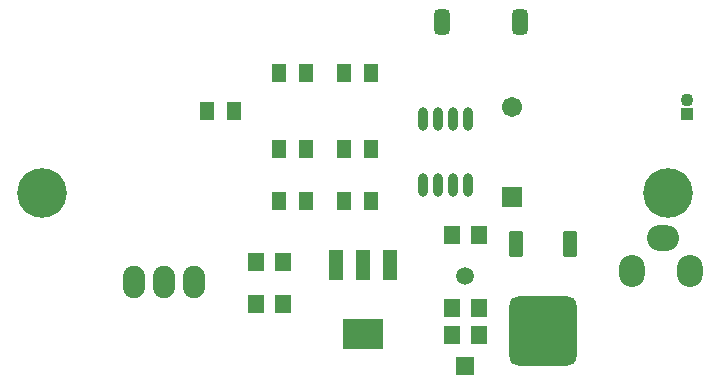
<source format=gbs>
G04 Layer_Color=16711935*
%FSTAX24Y24*%
%MOIN*%
G70*
G01*
G75*
%ADD59R,0.0474X0.0630*%
%ADD60R,0.0580X0.0630*%
%ADD67C,0.1655*%
G04:AMPARAMS|DCode=68|XSize=86.7mil|YSize=55.2mil|CornerRadius=18.2mil|HoleSize=0mil|Usage=FLASHONLY|Rotation=270.000|XOffset=0mil|YOffset=0mil|HoleType=Round|Shape=RoundedRectangle|*
%AMROUNDEDRECTD68*
21,1,0.0867,0.0189,0,0,270.0*
21,1,0.0504,0.0552,0,0,270.0*
1,1,0.0363,-0.0094,-0.0252*
1,1,0.0363,-0.0094,0.0252*
1,1,0.0363,0.0094,0.0252*
1,1,0.0363,0.0094,-0.0252*
%
%ADD68ROUNDEDRECTD68*%
%ADD69R,0.0671X0.0671*%
%ADD70C,0.0671*%
%ADD71O,0.0740X0.1080*%
%ADD72R,0.0434X0.0434*%
%ADD73C,0.0434*%
%ADD74O,0.1064X0.0867*%
%ADD75O,0.0867X0.1064*%
%ADD76C,0.0592*%
%ADD77R,0.0592X0.0592*%
G04:AMPARAMS|DCode=78|XSize=47.4mil|YSize=86.7mil|CornerRadius=8.9mil|HoleSize=0mil|Usage=FLASHONLY|Rotation=0.000|XOffset=0mil|YOffset=0mil|HoleType=Round|Shape=RoundedRectangle|*
%AMROUNDEDRECTD78*
21,1,0.0474,0.0689,0,0,0.0*
21,1,0.0295,0.0867,0,0,0.0*
1,1,0.0178,0.0148,-0.0344*
1,1,0.0178,-0.0148,-0.0344*
1,1,0.0178,-0.0148,0.0344*
1,1,0.0178,0.0148,0.0344*
%
%ADD78ROUNDEDRECTD78*%
G04:AMPARAMS|DCode=79|XSize=224.5mil|YSize=232.4mil|CornerRadius=31.1mil|HoleSize=0mil|Usage=FLASHONLY|Rotation=0.000|XOffset=0mil|YOffset=0mil|HoleType=Round|Shape=RoundedRectangle|*
%AMROUNDEDRECTD79*
21,1,0.2245,0.1703,0,0,0.0*
21,1,0.1624,0.2324,0,0,0.0*
1,1,0.0621,0.0812,-0.0851*
1,1,0.0621,-0.0812,-0.0851*
1,1,0.0621,-0.0812,0.0851*
1,1,0.0621,0.0812,0.0851*
%
%ADD79ROUNDEDRECTD79*%
%ADD80R,0.0474X0.1025*%
%ADD81R,0.1379X0.1025*%
%ADD82O,0.0316X0.0789*%
D59*
X05487Y02137D02*
D03*
X05397D02*
D03*
X05703Y02136D02*
D03*
X05613D02*
D03*
X05703Y01885D02*
D03*
X05613D02*
D03*
X05487D02*
D03*
X05397D02*
D03*
X05703Y01712D02*
D03*
X05613D02*
D03*
X05487D02*
D03*
X05397D02*
D03*
X05249Y0201D02*
D03*
X05159D02*
D03*
D60*
X059735Y01597D02*
D03*
X060635D02*
D03*
X059735Y01355D02*
D03*
X060635D02*
D03*
X05321Y01506D02*
D03*
X05411D02*
D03*
X05321Y01368D02*
D03*
X05411D02*
D03*
X059735Y01265D02*
D03*
X060635D02*
D03*
D67*
X046078Y01738D02*
D03*
X066944D02*
D03*
D68*
X061999Y02306D02*
D03*
X059401D02*
D03*
D69*
X06174Y01725D02*
D03*
D70*
X061735Y02025D02*
D03*
D71*
X051141Y0144D02*
D03*
X050141D02*
D03*
X049141D02*
D03*
D72*
X067594Y019994D02*
D03*
D73*
Y020486D02*
D03*
D74*
X066774Y015892D02*
D03*
D75*
X06575Y01479D02*
D03*
X067679D02*
D03*
D76*
X06019Y01461D02*
D03*
D77*
Y01161D02*
D03*
D78*
X06188Y015677D02*
D03*
X06368Y015677D02*
D03*
D79*
X06278Y012763D02*
D03*
D80*
X055874Y014962D02*
D03*
X05678D02*
D03*
X057686D02*
D03*
D81*
X05678Y012678D02*
D03*
D82*
X05878Y019852D02*
D03*
X05928D02*
D03*
X05978D02*
D03*
X06028D02*
D03*
X05878Y017628D02*
D03*
X05928D02*
D03*
X05978D02*
D03*
X06028D02*
D03*
M02*

</source>
